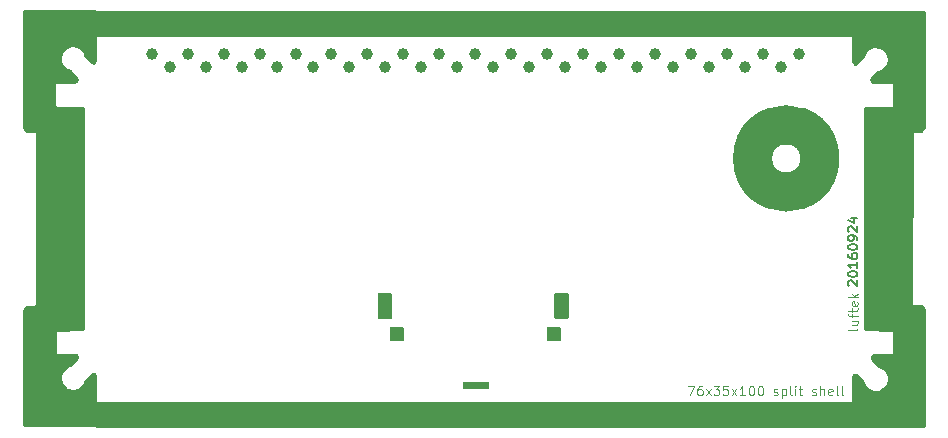
<source format=gts>
G04 #@! TF.FileFunction,Soldermask,Top*
%FSLAX46Y46*%
G04 Gerber Fmt 4.6, Leading zero omitted, Abs format (unit mm)*
G04 Created by KiCad (PCBNEW (2016-09-17 revision 679eef1)-makepkg) date 09/25/16 18:07:17*
%MOMM*%
%LPD*%
G01*
G04 APERTURE LIST*
%ADD10C,0.150000*%
%ADD11C,0.100000*%
%ADD12C,0.700000*%
%ADD13C,1.350000*%
%ADD14C,3.000000*%
%ADD15C,1.000000*%
%ADD16C,0.254000*%
G04 APERTURE END LIST*
D10*
D11*
X70431904Y-26750476D02*
X70393809Y-26826666D01*
X70317619Y-26864761D01*
X69631904Y-26864761D01*
X69898571Y-26102857D02*
X70431904Y-26102857D01*
X69898571Y-26445714D02*
X70317619Y-26445714D01*
X70393809Y-26407619D01*
X70431904Y-26331428D01*
X70431904Y-26217142D01*
X70393809Y-26140952D01*
X70355714Y-26102857D01*
X69898571Y-25836190D02*
X69898571Y-25531428D01*
X70431904Y-25721904D02*
X69746190Y-25721904D01*
X69670000Y-25683809D01*
X69631904Y-25607619D01*
X69631904Y-25531428D01*
X69898571Y-25379047D02*
X69898571Y-25074285D01*
X69631904Y-25264761D02*
X70317619Y-25264761D01*
X70393809Y-25226666D01*
X70431904Y-25150476D01*
X70431904Y-25074285D01*
X70393809Y-24502857D02*
X70431904Y-24579047D01*
X70431904Y-24731428D01*
X70393809Y-24807619D01*
X70317619Y-24845714D01*
X70012857Y-24845714D01*
X69936666Y-24807619D01*
X69898571Y-24731428D01*
X69898571Y-24579047D01*
X69936666Y-24502857D01*
X70012857Y-24464761D01*
X70089047Y-24464761D01*
X70165238Y-24845714D01*
X70431904Y-24121904D02*
X69631904Y-24121904D01*
X70127142Y-24045714D02*
X70431904Y-23817142D01*
X69898571Y-23817142D02*
X70203333Y-24121904D01*
D10*
X69668095Y-23140119D02*
X69630000Y-23102023D01*
X69591904Y-23025833D01*
X69591904Y-22835357D01*
X69630000Y-22759166D01*
X69668095Y-22721071D01*
X69744285Y-22682976D01*
X69820476Y-22682976D01*
X69934761Y-22721071D01*
X70391904Y-23178214D01*
X70391904Y-22682976D01*
X69591904Y-22187738D02*
X69591904Y-22111547D01*
X69630000Y-22035357D01*
X69668095Y-21997261D01*
X69744285Y-21959166D01*
X69896666Y-21921071D01*
X70087142Y-21921071D01*
X70239523Y-21959166D01*
X70315714Y-21997261D01*
X70353809Y-22035357D01*
X70391904Y-22111547D01*
X70391904Y-22187738D01*
X70353809Y-22263928D01*
X70315714Y-22302023D01*
X70239523Y-22340119D01*
X70087142Y-22378214D01*
X69896666Y-22378214D01*
X69744285Y-22340119D01*
X69668095Y-22302023D01*
X69630000Y-22263928D01*
X69591904Y-22187738D01*
X70391904Y-21159166D02*
X70391904Y-21616309D01*
X70391904Y-21387738D02*
X69591904Y-21387738D01*
X69706190Y-21463928D01*
X69782380Y-21540119D01*
X69820476Y-21616309D01*
X69591904Y-20473452D02*
X69591904Y-20625833D01*
X69630000Y-20702023D01*
X69668095Y-20740119D01*
X69782380Y-20816309D01*
X69934761Y-20854404D01*
X70239523Y-20854404D01*
X70315714Y-20816309D01*
X70353809Y-20778214D01*
X70391904Y-20702023D01*
X70391904Y-20549642D01*
X70353809Y-20473452D01*
X70315714Y-20435357D01*
X70239523Y-20397261D01*
X70049047Y-20397261D01*
X69972857Y-20435357D01*
X69934761Y-20473452D01*
X69896666Y-20549642D01*
X69896666Y-20702023D01*
X69934761Y-20778214D01*
X69972857Y-20816309D01*
X70049047Y-20854404D01*
X69591904Y-19902023D02*
X69591904Y-19825833D01*
X69630000Y-19749642D01*
X69668095Y-19711547D01*
X69744285Y-19673452D01*
X69896666Y-19635357D01*
X70087142Y-19635357D01*
X70239523Y-19673452D01*
X70315714Y-19711547D01*
X70353809Y-19749642D01*
X70391904Y-19825833D01*
X70391904Y-19902023D01*
X70353809Y-19978214D01*
X70315714Y-20016309D01*
X70239523Y-20054404D01*
X70087142Y-20092500D01*
X69896666Y-20092500D01*
X69744285Y-20054404D01*
X69668095Y-20016309D01*
X69630000Y-19978214D01*
X69591904Y-19902023D01*
X70391904Y-19254404D02*
X70391904Y-19102023D01*
X70353809Y-19025833D01*
X70315714Y-18987738D01*
X70201428Y-18911547D01*
X70049047Y-18873452D01*
X69744285Y-18873452D01*
X69668095Y-18911547D01*
X69630000Y-18949642D01*
X69591904Y-19025833D01*
X69591904Y-19178214D01*
X69630000Y-19254404D01*
X69668095Y-19292500D01*
X69744285Y-19330595D01*
X69934761Y-19330595D01*
X70010952Y-19292500D01*
X70049047Y-19254404D01*
X70087142Y-19178214D01*
X70087142Y-19025833D01*
X70049047Y-18949642D01*
X70010952Y-18911547D01*
X69934761Y-18873452D01*
X69668095Y-18568690D02*
X69630000Y-18530595D01*
X69591904Y-18454404D01*
X69591904Y-18263928D01*
X69630000Y-18187738D01*
X69668095Y-18149642D01*
X69744285Y-18111547D01*
X69820476Y-18111547D01*
X69934761Y-18149642D01*
X70391904Y-18606785D01*
X70391904Y-18111547D01*
X69858571Y-17425833D02*
X70391904Y-17425833D01*
X69553809Y-17616309D02*
X70125238Y-17806785D01*
X70125238Y-17311547D01*
D11*
X56038571Y-31631904D02*
X56571904Y-31631904D01*
X56229047Y-32431904D01*
X57219523Y-31631904D02*
X57067142Y-31631904D01*
X56990952Y-31670000D01*
X56952857Y-31708095D01*
X56876666Y-31822380D01*
X56838571Y-31974761D01*
X56838571Y-32279523D01*
X56876666Y-32355714D01*
X56914761Y-32393809D01*
X56990952Y-32431904D01*
X57143333Y-32431904D01*
X57219523Y-32393809D01*
X57257619Y-32355714D01*
X57295714Y-32279523D01*
X57295714Y-32089047D01*
X57257619Y-32012857D01*
X57219523Y-31974761D01*
X57143333Y-31936666D01*
X56990952Y-31936666D01*
X56914761Y-31974761D01*
X56876666Y-32012857D01*
X56838571Y-32089047D01*
X57562380Y-32431904D02*
X57981428Y-31898571D01*
X57562380Y-31898571D02*
X57981428Y-32431904D01*
X58210000Y-31631904D02*
X58705238Y-31631904D01*
X58438571Y-31936666D01*
X58552857Y-31936666D01*
X58629047Y-31974761D01*
X58667142Y-32012857D01*
X58705238Y-32089047D01*
X58705238Y-32279523D01*
X58667142Y-32355714D01*
X58629047Y-32393809D01*
X58552857Y-32431904D01*
X58324285Y-32431904D01*
X58248095Y-32393809D01*
X58210000Y-32355714D01*
X59429047Y-31631904D02*
X59048095Y-31631904D01*
X59010000Y-32012857D01*
X59048095Y-31974761D01*
X59124285Y-31936666D01*
X59314761Y-31936666D01*
X59390952Y-31974761D01*
X59429047Y-32012857D01*
X59467142Y-32089047D01*
X59467142Y-32279523D01*
X59429047Y-32355714D01*
X59390952Y-32393809D01*
X59314761Y-32431904D01*
X59124285Y-32431904D01*
X59048095Y-32393809D01*
X59010000Y-32355714D01*
X59733809Y-32431904D02*
X60152857Y-31898571D01*
X59733809Y-31898571D02*
X60152857Y-32431904D01*
X60876666Y-32431904D02*
X60419523Y-32431904D01*
X60648095Y-32431904D02*
X60648095Y-31631904D01*
X60571904Y-31746190D01*
X60495714Y-31822380D01*
X60419523Y-31860476D01*
X61371904Y-31631904D02*
X61448095Y-31631904D01*
X61524285Y-31670000D01*
X61562380Y-31708095D01*
X61600476Y-31784285D01*
X61638571Y-31936666D01*
X61638571Y-32127142D01*
X61600476Y-32279523D01*
X61562380Y-32355714D01*
X61524285Y-32393809D01*
X61448095Y-32431904D01*
X61371904Y-32431904D01*
X61295714Y-32393809D01*
X61257619Y-32355714D01*
X61219523Y-32279523D01*
X61181428Y-32127142D01*
X61181428Y-31936666D01*
X61219523Y-31784285D01*
X61257619Y-31708095D01*
X61295714Y-31670000D01*
X61371904Y-31631904D01*
X62133809Y-31631904D02*
X62210000Y-31631904D01*
X62286190Y-31670000D01*
X62324285Y-31708095D01*
X62362380Y-31784285D01*
X62400476Y-31936666D01*
X62400476Y-32127142D01*
X62362380Y-32279523D01*
X62324285Y-32355714D01*
X62286190Y-32393809D01*
X62210000Y-32431904D01*
X62133809Y-32431904D01*
X62057619Y-32393809D01*
X62019523Y-32355714D01*
X61981428Y-32279523D01*
X61943333Y-32127142D01*
X61943333Y-31936666D01*
X61981428Y-31784285D01*
X62019523Y-31708095D01*
X62057619Y-31670000D01*
X62133809Y-31631904D01*
X63314761Y-32393809D02*
X63390952Y-32431904D01*
X63543333Y-32431904D01*
X63619523Y-32393809D01*
X63657619Y-32317619D01*
X63657619Y-32279523D01*
X63619523Y-32203333D01*
X63543333Y-32165238D01*
X63429047Y-32165238D01*
X63352857Y-32127142D01*
X63314761Y-32050952D01*
X63314761Y-32012857D01*
X63352857Y-31936666D01*
X63429047Y-31898571D01*
X63543333Y-31898571D01*
X63619523Y-31936666D01*
X64000476Y-31898571D02*
X64000476Y-32698571D01*
X64000476Y-31936666D02*
X64076666Y-31898571D01*
X64229047Y-31898571D01*
X64305238Y-31936666D01*
X64343333Y-31974761D01*
X64381428Y-32050952D01*
X64381428Y-32279523D01*
X64343333Y-32355714D01*
X64305238Y-32393809D01*
X64229047Y-32431904D01*
X64076666Y-32431904D01*
X64000476Y-32393809D01*
X64838571Y-32431904D02*
X64762380Y-32393809D01*
X64724285Y-32317619D01*
X64724285Y-31631904D01*
X65143333Y-32431904D02*
X65143333Y-31898571D01*
X65143333Y-31631904D02*
X65105238Y-31670000D01*
X65143333Y-31708095D01*
X65181428Y-31670000D01*
X65143333Y-31631904D01*
X65143333Y-31708095D01*
X65410000Y-31898571D02*
X65714761Y-31898571D01*
X65524285Y-31631904D02*
X65524285Y-32317619D01*
X65562380Y-32393809D01*
X65638571Y-32431904D01*
X65714761Y-32431904D01*
X66552857Y-32393809D02*
X66629047Y-32431904D01*
X66781428Y-32431904D01*
X66857619Y-32393809D01*
X66895714Y-32317619D01*
X66895714Y-32279523D01*
X66857619Y-32203333D01*
X66781428Y-32165238D01*
X66667142Y-32165238D01*
X66590952Y-32127142D01*
X66552857Y-32050952D01*
X66552857Y-32012857D01*
X66590952Y-31936666D01*
X66667142Y-31898571D01*
X66781428Y-31898571D01*
X66857619Y-31936666D01*
X67238571Y-32431904D02*
X67238571Y-31631904D01*
X67581428Y-32431904D02*
X67581428Y-32012857D01*
X67543333Y-31936666D01*
X67467142Y-31898571D01*
X67352857Y-31898571D01*
X67276666Y-31936666D01*
X67238571Y-31974761D01*
X68267142Y-32393809D02*
X68190952Y-32431904D01*
X68038571Y-32431904D01*
X67962380Y-32393809D01*
X67924285Y-32317619D01*
X67924285Y-32012857D01*
X67962380Y-31936666D01*
X68038571Y-31898571D01*
X68190952Y-31898571D01*
X68267142Y-31936666D01*
X68305238Y-32012857D01*
X68305238Y-32089047D01*
X67924285Y-32165238D01*
X68762380Y-32431904D02*
X68686190Y-32393809D01*
X68648095Y-32317619D01*
X68648095Y-31631904D01*
X69181428Y-32431904D02*
X69105238Y-32393809D01*
X69067142Y-32317619D01*
X69067142Y-31631904D01*
D12*
X67280227Y-10393718D02*
X67280227Y-14363718D01*
D13*
X68190227Y-12373718D02*
G75*
G03X68190227Y-12373718I-3830000J0D01*
G01*
D14*
X67020227Y-12373718D02*
G75*
G03X67020227Y-12373718I-2660000J0D01*
G01*
D15*
X18246500Y-4600000D03*
X21292000Y-4600000D03*
X12155500Y-4600000D03*
X27383000Y-4600000D03*
X15201000Y-4600000D03*
X24337500Y-4600000D03*
X48701500Y-4600000D03*
X33474000Y-4600000D03*
X36519500Y-4600000D03*
X42610500Y-4600000D03*
X45656000Y-4600000D03*
X39565000Y-4600000D03*
X30428500Y-4600000D03*
X63929000Y-4600000D03*
X54792500Y-4600000D03*
X57838000Y-4600000D03*
X60883500Y-4600000D03*
X51747000Y-4600000D03*
X65454500Y-3540000D03*
X62409000Y-3540000D03*
X59363500Y-3540000D03*
X56318000Y-3540000D03*
X53272500Y-3540000D03*
X50227000Y-3540000D03*
X47181500Y-3540000D03*
X44136000Y-3540000D03*
X41090500Y-3540000D03*
X38045000Y-3540000D03*
X34999500Y-3540000D03*
X31954000Y-3540000D03*
X28908500Y-3540000D03*
X25863000Y-3540000D03*
X22817500Y-3540000D03*
X19772000Y-3540000D03*
X16726500Y-3540000D03*
X13681000Y-3540000D03*
X10635500Y-3540000D03*
D10*
G36*
X31876989Y-26668494D02*
X31888638Y-26670222D01*
X31900061Y-26673083D01*
X31911149Y-26677050D01*
X31921795Y-26682085D01*
X31931895Y-26688140D01*
X31941354Y-26695155D01*
X31950080Y-26703063D01*
X31957988Y-26711789D01*
X31965003Y-26721248D01*
X31971058Y-26731348D01*
X31976093Y-26741994D01*
X31980060Y-26753082D01*
X31982921Y-26764505D01*
X31984649Y-26776154D01*
X31985227Y-26787916D01*
X31985227Y-27747916D01*
X31984649Y-27759678D01*
X31982921Y-27771327D01*
X31980060Y-27782750D01*
X31976093Y-27793838D01*
X31971058Y-27804484D01*
X31965003Y-27814584D01*
X31957988Y-27824043D01*
X31950080Y-27832769D01*
X31941354Y-27840677D01*
X31931895Y-27847692D01*
X31921795Y-27853747D01*
X31911149Y-27858782D01*
X31900061Y-27862749D01*
X31888638Y-27865610D01*
X31876989Y-27867338D01*
X31865227Y-27867916D01*
X30905227Y-27867916D01*
X30893465Y-27867338D01*
X30881816Y-27865610D01*
X30870393Y-27862749D01*
X30859305Y-27858782D01*
X30848659Y-27853747D01*
X30838559Y-27847692D01*
X30829100Y-27840677D01*
X30820374Y-27832769D01*
X30812466Y-27824043D01*
X30805451Y-27814584D01*
X30799396Y-27804484D01*
X30794361Y-27793838D01*
X30790394Y-27782750D01*
X30787533Y-27771327D01*
X30785805Y-27759678D01*
X30785227Y-27747916D01*
X30785227Y-26787916D01*
X30785805Y-26776154D01*
X30787533Y-26764505D01*
X30790394Y-26753082D01*
X30794361Y-26741994D01*
X30799396Y-26731348D01*
X30805451Y-26721248D01*
X30812466Y-26711789D01*
X30820374Y-26703063D01*
X30829100Y-26695155D01*
X30838559Y-26688140D01*
X30848659Y-26682085D01*
X30859305Y-26677050D01*
X30870393Y-26673083D01*
X30881816Y-26670222D01*
X30893465Y-26668494D01*
X30905227Y-26667916D01*
X31865227Y-26667916D01*
X31876989Y-26668494D01*
X31876989Y-26668494D01*
G37*
G36*
X45186989Y-26658494D02*
X45198638Y-26660222D01*
X45210061Y-26663083D01*
X45221149Y-26667050D01*
X45231795Y-26672085D01*
X45241895Y-26678140D01*
X45251354Y-26685155D01*
X45260080Y-26693063D01*
X45267988Y-26701789D01*
X45275003Y-26711248D01*
X45281058Y-26721348D01*
X45286093Y-26731994D01*
X45290060Y-26743082D01*
X45292921Y-26754505D01*
X45294649Y-26766154D01*
X45295227Y-26777916D01*
X45295227Y-27737916D01*
X45294649Y-27749678D01*
X45292921Y-27761327D01*
X45290060Y-27772750D01*
X45286093Y-27783838D01*
X45281058Y-27794484D01*
X45275003Y-27804584D01*
X45267988Y-27814043D01*
X45260080Y-27822769D01*
X45251354Y-27830677D01*
X45241895Y-27837692D01*
X45231795Y-27843747D01*
X45221149Y-27848782D01*
X45210061Y-27852749D01*
X45198638Y-27855610D01*
X45186989Y-27857338D01*
X45175227Y-27857916D01*
X44215227Y-27857916D01*
X44203465Y-27857338D01*
X44191816Y-27855610D01*
X44180393Y-27852749D01*
X44169305Y-27848782D01*
X44158659Y-27843747D01*
X44148559Y-27837692D01*
X44139100Y-27830677D01*
X44130374Y-27822769D01*
X44122466Y-27814043D01*
X44115451Y-27804584D01*
X44109396Y-27794484D01*
X44104361Y-27783838D01*
X44100394Y-27772750D01*
X44097533Y-27761327D01*
X44095805Y-27749678D01*
X44095227Y-27737916D01*
X44095227Y-26777916D01*
X44095805Y-26766154D01*
X44097533Y-26754505D01*
X44100394Y-26743082D01*
X44104361Y-26731994D01*
X44109396Y-26721348D01*
X44115451Y-26711248D01*
X44122466Y-26701789D01*
X44130374Y-26693063D01*
X44139100Y-26685155D01*
X44148559Y-26678140D01*
X44158659Y-26672085D01*
X44169305Y-26667050D01*
X44180393Y-26663083D01*
X44191816Y-26660222D01*
X44203465Y-26658494D01*
X44215227Y-26657916D01*
X45175227Y-26657916D01*
X45186989Y-26658494D01*
X45186989Y-26658494D01*
G37*
G36*
X39111108Y-31288205D02*
X39116932Y-31289069D01*
X39122644Y-31290500D01*
X39128188Y-31292483D01*
X39133511Y-31295001D01*
X39138561Y-31298028D01*
X39143291Y-31301535D01*
X39147653Y-31305490D01*
X39151608Y-31309852D01*
X39155115Y-31314582D01*
X39158142Y-31319632D01*
X39160660Y-31324955D01*
X39162643Y-31330499D01*
X39164074Y-31336211D01*
X39164938Y-31342035D01*
X39165227Y-31347916D01*
X39165227Y-31827916D01*
X39164938Y-31833797D01*
X39164074Y-31839621D01*
X39162643Y-31845333D01*
X39160660Y-31850877D01*
X39158142Y-31856200D01*
X39155115Y-31861250D01*
X39151608Y-31865980D01*
X39147653Y-31870342D01*
X39143291Y-31874297D01*
X39138561Y-31877804D01*
X39133511Y-31880831D01*
X39128188Y-31883349D01*
X39122644Y-31885332D01*
X39116932Y-31886763D01*
X39111108Y-31887627D01*
X39105227Y-31887916D01*
X37025227Y-31887916D01*
X37019346Y-31887627D01*
X37013522Y-31886763D01*
X37007810Y-31885332D01*
X37002266Y-31883349D01*
X36996943Y-31880831D01*
X36991893Y-31877804D01*
X36987163Y-31874297D01*
X36982801Y-31870342D01*
X36978846Y-31865980D01*
X36975339Y-31861250D01*
X36972312Y-31856200D01*
X36969794Y-31850877D01*
X36967811Y-31845333D01*
X36966380Y-31839621D01*
X36965516Y-31833797D01*
X36965227Y-31827916D01*
X36965227Y-31347916D01*
X36965516Y-31342035D01*
X36966380Y-31336211D01*
X36967811Y-31330499D01*
X36969794Y-31324955D01*
X36972312Y-31319632D01*
X36975339Y-31314582D01*
X36978846Y-31309852D01*
X36982801Y-31305490D01*
X36987163Y-31301535D01*
X36991893Y-31298028D01*
X36996943Y-31295001D01*
X37002266Y-31292483D01*
X37007810Y-31290500D01*
X37013522Y-31289069D01*
X37019346Y-31288205D01*
X37025227Y-31287916D01*
X39105227Y-31287916D01*
X39111108Y-31288205D01*
X39111108Y-31288205D01*
G37*
G36*
X30876989Y-23780578D02*
X30888638Y-23782306D01*
X30900061Y-23785167D01*
X30911149Y-23789134D01*
X30921795Y-23794169D01*
X30931895Y-23800224D01*
X30941354Y-23807239D01*
X30950080Y-23815147D01*
X30957988Y-23823873D01*
X30965003Y-23833332D01*
X30971058Y-23843432D01*
X30976093Y-23854078D01*
X30980060Y-23865166D01*
X30982921Y-23876589D01*
X30984649Y-23888238D01*
X30985227Y-23900000D01*
X30985227Y-25860000D01*
X30984649Y-25871762D01*
X30982921Y-25883411D01*
X30980060Y-25894834D01*
X30976093Y-25905922D01*
X30971058Y-25916568D01*
X30965003Y-25926668D01*
X30957988Y-25936127D01*
X30950080Y-25944853D01*
X30941354Y-25952761D01*
X30931895Y-25959776D01*
X30921795Y-25965831D01*
X30911149Y-25970866D01*
X30900061Y-25974833D01*
X30888638Y-25977694D01*
X30876989Y-25979422D01*
X30865227Y-25980000D01*
X29905227Y-25980000D01*
X29893465Y-25979422D01*
X29881816Y-25977694D01*
X29870393Y-25974833D01*
X29859305Y-25970866D01*
X29848659Y-25965831D01*
X29838559Y-25959776D01*
X29829100Y-25952761D01*
X29820374Y-25944853D01*
X29812466Y-25936127D01*
X29805451Y-25926668D01*
X29799396Y-25916568D01*
X29794361Y-25905922D01*
X29790394Y-25894834D01*
X29787533Y-25883411D01*
X29785805Y-25871762D01*
X29785227Y-25860000D01*
X29785227Y-23900000D01*
X29785805Y-23888238D01*
X29787533Y-23876589D01*
X29790394Y-23865166D01*
X29794361Y-23854078D01*
X29799396Y-23843432D01*
X29805451Y-23833332D01*
X29812466Y-23823873D01*
X29820374Y-23815147D01*
X29829100Y-23807239D01*
X29838559Y-23800224D01*
X29848659Y-23794169D01*
X29859305Y-23789134D01*
X29870393Y-23785167D01*
X29881816Y-23782306D01*
X29893465Y-23780578D01*
X29905227Y-23780000D01*
X30865227Y-23780000D01*
X30876989Y-23780578D01*
X30876989Y-23780578D01*
G37*
G36*
X45826989Y-23775579D02*
X45838638Y-23777307D01*
X45850061Y-23780168D01*
X45861149Y-23784135D01*
X45871795Y-23789170D01*
X45881895Y-23795225D01*
X45891354Y-23802240D01*
X45900080Y-23810148D01*
X45907988Y-23818874D01*
X45915003Y-23828333D01*
X45921058Y-23838433D01*
X45926093Y-23849079D01*
X45930060Y-23860167D01*
X45932921Y-23871590D01*
X45934649Y-23883239D01*
X45935227Y-23895001D01*
X45935227Y-25855001D01*
X45934649Y-25866763D01*
X45932921Y-25878412D01*
X45930060Y-25889835D01*
X45926093Y-25900923D01*
X45921058Y-25911569D01*
X45915003Y-25921669D01*
X45907988Y-25931128D01*
X45900080Y-25939854D01*
X45891354Y-25947762D01*
X45881895Y-25954777D01*
X45871795Y-25960832D01*
X45861149Y-25965867D01*
X45850061Y-25969834D01*
X45838638Y-25972695D01*
X45826989Y-25974423D01*
X45815227Y-25975001D01*
X44855227Y-25975001D01*
X44843465Y-25974423D01*
X44831816Y-25972695D01*
X44820393Y-25969834D01*
X44809305Y-25965867D01*
X44798659Y-25960832D01*
X44788559Y-25954777D01*
X44779100Y-25947762D01*
X44770374Y-25939854D01*
X44762466Y-25931128D01*
X44755451Y-25921669D01*
X44749396Y-25911569D01*
X44744361Y-25900923D01*
X44740394Y-25889835D01*
X44737533Y-25878412D01*
X44735805Y-25866763D01*
X44735227Y-25855001D01*
X44735227Y-23895001D01*
X44735805Y-23883239D01*
X44737533Y-23871590D01*
X44740394Y-23860167D01*
X44744361Y-23849079D01*
X44749396Y-23838433D01*
X44755451Y-23828333D01*
X44762466Y-23818874D01*
X44770374Y-23810148D01*
X44779100Y-23802240D01*
X44788559Y-23795225D01*
X44798659Y-23789170D01*
X44809305Y-23784135D01*
X44820393Y-23780168D01*
X44831816Y-23777307D01*
X44843465Y-23775579D01*
X44855227Y-23775001D01*
X45815227Y-23775001D01*
X45826989Y-23775579D01*
X45826989Y-23775579D01*
G37*
D16*
G36*
X70824735Y3110D02*
X70568976Y-1893034D01*
X4788728Y-1912961D01*
X4815294Y52905D01*
X70824735Y3110D01*
X70824735Y3110D01*
G37*
X70824735Y3110D02*
X70568976Y-1893034D01*
X4788728Y-1912961D01*
X4815294Y52905D01*
X70824735Y3110D01*
G36*
X70122424Y-35022960D02*
X5926417Y-35003039D01*
X5917587Y-33086960D01*
X70113573Y-33067039D01*
X70122424Y-35022960D01*
X70122424Y-35022960D01*
G37*
X70122424Y-35022960D02*
X5926417Y-35003039D01*
X5917587Y-33086960D01*
X70113573Y-33067039D01*
X70122424Y-35022960D01*
G36*
X76043043Y-9717610D02*
X75806500Y-10033000D01*
X75110000Y-10033000D01*
X75061399Y-10042667D01*
X75020197Y-10070197D01*
X74992667Y-10111399D01*
X74983000Y-10159739D01*
X74953000Y-24759739D01*
X74962568Y-24808360D01*
X74990013Y-24849618D01*
X75031158Y-24877233D01*
X75080000Y-24887000D01*
X75817394Y-24887000D01*
X76043000Y-25112606D01*
X76043000Y-35033000D01*
X70036424Y-35033000D01*
X70027000Y-32959643D01*
X70027000Y-30802333D01*
X70102350Y-30701866D01*
X70157554Y-30676388D01*
X70263440Y-30711683D01*
X70856553Y-31267727D01*
X70937228Y-31572498D01*
X70973046Y-31632564D01*
X71303046Y-31942564D01*
X71341796Y-31967496D01*
X71731796Y-32127496D01*
X71780000Y-32137000D01*
X72160000Y-32137000D01*
X72223368Y-32120061D01*
X72553368Y-31930061D01*
X72574147Y-31915123D01*
X72834147Y-31685123D01*
X72867315Y-31638643D01*
X73037315Y-31228643D01*
X73046945Y-31176266D01*
X73036945Y-30836266D01*
X73028162Y-30793451D01*
X72898162Y-30463451D01*
X72873065Y-30423583D01*
X72613065Y-30143583D01*
X72570747Y-30113580D01*
X72202299Y-29952974D01*
X71634539Y-29394522D01*
X71594602Y-29234775D01*
X71645253Y-29133474D01*
X71791994Y-29056610D01*
X73361587Y-29036990D01*
X73410064Y-29026716D01*
X73450918Y-28998673D01*
X73477931Y-28957130D01*
X73487000Y-28910000D01*
X73487000Y-27010000D01*
X73477333Y-26961399D01*
X73449803Y-26920197D01*
X73408601Y-26892667D01*
X73361549Y-26883009D01*
X71027066Y-26854540D01*
X71036934Y-8124920D01*
X73332099Y-8086983D01*
X73380533Y-8076513D01*
X73421274Y-8048306D01*
X73448120Y-8006655D01*
X73456998Y-7960661D01*
X73466998Y-6040661D01*
X73457584Y-5992011D01*
X73430269Y-5950666D01*
X73389211Y-5922922D01*
X73340747Y-5913002D01*
X71690187Y-5903293D01*
X71600639Y-5820141D01*
X71555078Y-5740409D01*
X71575477Y-5653714D01*
X72140858Y-5079065D01*
X72434593Y-4968914D01*
X72477409Y-4942134D01*
X72867409Y-4572134D01*
X72900743Y-4519373D01*
X73050743Y-4059373D01*
X73052788Y-3987565D01*
X72912788Y-3457565D01*
X72880992Y-3401403D01*
X72510992Y-3021403D01*
X72470161Y-2993326D01*
X72441946Y-2984910D01*
X71871946Y-2884910D01*
X71819198Y-2886792D01*
X71459198Y-2976792D01*
X71408697Y-3002436D01*
X71048697Y-3302436D01*
X71013037Y-3350516D01*
X70804565Y-3843268D01*
X70253061Y-4319992D01*
X70203763Y-4339711D01*
X70126088Y-4329354D01*
X70069240Y-4277675D01*
X70016898Y-4128124D01*
X70007013Y-2052299D01*
X70091817Y11260D01*
X71378199Y-6987D01*
X71380794Y-6998D01*
X76052871Y22202D01*
X76043043Y-9717610D01*
X76043043Y-9717610D01*
G37*
X76043043Y-9717610D02*
X75806500Y-10033000D01*
X75110000Y-10033000D01*
X75061399Y-10042667D01*
X75020197Y-10070197D01*
X74992667Y-10111399D01*
X74983000Y-10159739D01*
X74953000Y-24759739D01*
X74962568Y-24808360D01*
X74990013Y-24849618D01*
X75031158Y-24877233D01*
X75080000Y-24887000D01*
X75817394Y-24887000D01*
X76043000Y-25112606D01*
X76043000Y-35033000D01*
X70036424Y-35033000D01*
X70027000Y-32959643D01*
X70027000Y-30802333D01*
X70102350Y-30701866D01*
X70157554Y-30676388D01*
X70263440Y-30711683D01*
X70856553Y-31267727D01*
X70937228Y-31572498D01*
X70973046Y-31632564D01*
X71303046Y-31942564D01*
X71341796Y-31967496D01*
X71731796Y-32127496D01*
X71780000Y-32137000D01*
X72160000Y-32137000D01*
X72223368Y-32120061D01*
X72553368Y-31930061D01*
X72574147Y-31915123D01*
X72834147Y-31685123D01*
X72867315Y-31638643D01*
X73037315Y-31228643D01*
X73046945Y-31176266D01*
X73036945Y-30836266D01*
X73028162Y-30793451D01*
X72898162Y-30463451D01*
X72873065Y-30423583D01*
X72613065Y-30143583D01*
X72570747Y-30113580D01*
X72202299Y-29952974D01*
X71634539Y-29394522D01*
X71594602Y-29234775D01*
X71645253Y-29133474D01*
X71791994Y-29056610D01*
X73361587Y-29036990D01*
X73410064Y-29026716D01*
X73450918Y-28998673D01*
X73477931Y-28957130D01*
X73487000Y-28910000D01*
X73487000Y-27010000D01*
X73477333Y-26961399D01*
X73449803Y-26920197D01*
X73408601Y-26892667D01*
X73361549Y-26883009D01*
X71027066Y-26854540D01*
X71036934Y-8124920D01*
X73332099Y-8086983D01*
X73380533Y-8076513D01*
X73421274Y-8048306D01*
X73448120Y-8006655D01*
X73456998Y-7960661D01*
X73466998Y-6040661D01*
X73457584Y-5992011D01*
X73430269Y-5950666D01*
X73389211Y-5922922D01*
X73340747Y-5913002D01*
X71690187Y-5903293D01*
X71600639Y-5820141D01*
X71555078Y-5740409D01*
X71575477Y-5653714D01*
X72140858Y-5079065D01*
X72434593Y-4968914D01*
X72477409Y-4942134D01*
X72867409Y-4572134D01*
X72900743Y-4519373D01*
X73050743Y-4059373D01*
X73052788Y-3987565D01*
X72912788Y-3457565D01*
X72880992Y-3401403D01*
X72510992Y-3021403D01*
X72470161Y-2993326D01*
X72441946Y-2984910D01*
X71871946Y-2884910D01*
X71819198Y-2886792D01*
X71459198Y-2976792D01*
X71408697Y-3002436D01*
X71048697Y-3302436D01*
X71013037Y-3350516D01*
X70804565Y-3843268D01*
X70253061Y-4319992D01*
X70203763Y-4339711D01*
X70126088Y-4329354D01*
X70069240Y-4277675D01*
X70016898Y-4128124D01*
X70007013Y-2052299D01*
X70091817Y11260D01*
X71378199Y-6987D01*
X71380794Y-6998D01*
X76052871Y22202D01*
X76043043Y-9717610D01*
G36*
X5863000Y-1990357D02*
X5863000Y-4147666D01*
X5787649Y-4248135D01*
X5732446Y-4273614D01*
X5626560Y-4238317D01*
X5033447Y-3682271D01*
X4952771Y-3377501D01*
X4916954Y-3317436D01*
X4586954Y-3007436D01*
X4548204Y-2982504D01*
X4158204Y-2822504D01*
X4110000Y-2813000D01*
X3730000Y-2813000D01*
X3666632Y-2829939D01*
X3336632Y-3019939D01*
X3315853Y-3034877D01*
X3055854Y-3264876D01*
X3022686Y-3311356D01*
X2852685Y-3721357D01*
X2843055Y-3773734D01*
X2853055Y-4113734D01*
X2861838Y-4156548D01*
X2991837Y-4486549D01*
X3016935Y-4526419D01*
X3276936Y-4806418D01*
X3319253Y-4836421D01*
X3687704Y-4997027D01*
X4255462Y-5555480D01*
X4295397Y-5715224D01*
X4244746Y-5816526D01*
X4098007Y-5893390D01*
X2528413Y-5913010D01*
X2479936Y-5923284D01*
X2439082Y-5951327D01*
X2412069Y-5992870D01*
X2403000Y-6040000D01*
X2403001Y-7940000D01*
X2412668Y-7988601D01*
X2440198Y-8029803D01*
X2481400Y-8057333D01*
X2528452Y-8066991D01*
X4862935Y-8095462D01*
X4853066Y-26825080D01*
X2557902Y-26863017D01*
X2509468Y-26873487D01*
X2468727Y-26901694D01*
X2441881Y-26943345D01*
X2433003Y-26989338D01*
X2423002Y-28909338D01*
X2432416Y-28957989D01*
X2459731Y-28999334D01*
X2500789Y-29027078D01*
X2549253Y-29036998D01*
X4199813Y-29046706D01*
X4289361Y-29129859D01*
X4334922Y-29209591D01*
X4314523Y-29296286D01*
X3749142Y-29870936D01*
X3455408Y-29981086D01*
X3412591Y-30007866D01*
X3022591Y-30377866D01*
X2989257Y-30430627D01*
X2839257Y-30890627D01*
X2837212Y-30962435D01*
X2977212Y-31492435D01*
X3009008Y-31548597D01*
X3379008Y-31928597D01*
X3419839Y-31956674D01*
X3448054Y-31965090D01*
X4018054Y-32065090D01*
X4070802Y-32063208D01*
X4430802Y-31973208D01*
X4481303Y-31947564D01*
X4841303Y-31647564D01*
X4876963Y-31599484D01*
X5085436Y-31106730D01*
X5636940Y-30630007D01*
X5686236Y-30610289D01*
X5763912Y-30620646D01*
X5820760Y-30672325D01*
X5873102Y-30821876D01*
X5882987Y-32897701D01*
X5798086Y-34963618D01*
X3949749Y-34973000D01*
X-162872Y-34973000D01*
X-153043Y-25232390D01*
X83500Y-24917000D01*
X780000Y-24917001D01*
X828601Y-24907334D01*
X869802Y-24879804D01*
X897333Y-24838602D01*
X907000Y-24790262D01*
X937000Y-10190261D01*
X927432Y-10141640D01*
X899987Y-10100382D01*
X858842Y-10072767D01*
X810000Y-10063000D01*
X72606Y-10063000D01*
X-153000Y-9837394D01*
X-153002Y82999D01*
X5853574Y82999D01*
X5863000Y-1990357D01*
X5863000Y-1990357D01*
G37*
X5863000Y-1990357D02*
X5863000Y-4147666D01*
X5787649Y-4248135D01*
X5732446Y-4273614D01*
X5626560Y-4238317D01*
X5033447Y-3682271D01*
X4952771Y-3377501D01*
X4916954Y-3317436D01*
X4586954Y-3007436D01*
X4548204Y-2982504D01*
X4158204Y-2822504D01*
X4110000Y-2813000D01*
X3730000Y-2813000D01*
X3666632Y-2829939D01*
X3336632Y-3019939D01*
X3315853Y-3034877D01*
X3055854Y-3264876D01*
X3022686Y-3311356D01*
X2852685Y-3721357D01*
X2843055Y-3773734D01*
X2853055Y-4113734D01*
X2861838Y-4156548D01*
X2991837Y-4486549D01*
X3016935Y-4526419D01*
X3276936Y-4806418D01*
X3319253Y-4836421D01*
X3687704Y-4997027D01*
X4255462Y-5555480D01*
X4295397Y-5715224D01*
X4244746Y-5816526D01*
X4098007Y-5893390D01*
X2528413Y-5913010D01*
X2479936Y-5923284D01*
X2439082Y-5951327D01*
X2412069Y-5992870D01*
X2403000Y-6040000D01*
X2403001Y-7940000D01*
X2412668Y-7988601D01*
X2440198Y-8029803D01*
X2481400Y-8057333D01*
X2528452Y-8066991D01*
X4862935Y-8095462D01*
X4853066Y-26825080D01*
X2557902Y-26863017D01*
X2509468Y-26873487D01*
X2468727Y-26901694D01*
X2441881Y-26943345D01*
X2433003Y-26989338D01*
X2423002Y-28909338D01*
X2432416Y-28957989D01*
X2459731Y-28999334D01*
X2500789Y-29027078D01*
X2549253Y-29036998D01*
X4199813Y-29046706D01*
X4289361Y-29129859D01*
X4334922Y-29209591D01*
X4314523Y-29296286D01*
X3749142Y-29870936D01*
X3455408Y-29981086D01*
X3412591Y-30007866D01*
X3022591Y-30377866D01*
X2989257Y-30430627D01*
X2839257Y-30890627D01*
X2837212Y-30962435D01*
X2977212Y-31492435D01*
X3009008Y-31548597D01*
X3379008Y-31928597D01*
X3419839Y-31956674D01*
X3448054Y-31965090D01*
X4018054Y-32065090D01*
X4070802Y-32063208D01*
X4430802Y-31973208D01*
X4481303Y-31947564D01*
X4841303Y-31647564D01*
X4876963Y-31599484D01*
X5085436Y-31106730D01*
X5636940Y-30630007D01*
X5686236Y-30610289D01*
X5763912Y-30620646D01*
X5820760Y-30672325D01*
X5873102Y-30821876D01*
X5882987Y-32897701D01*
X5798086Y-34963618D01*
X3949749Y-34973000D01*
X-162872Y-34973000D01*
X-153043Y-25232390D01*
X83500Y-24917000D01*
X780000Y-24917001D01*
X828601Y-24907334D01*
X869802Y-24879804D01*
X897333Y-24838602D01*
X907000Y-24790262D01*
X937000Y-10190261D01*
X927432Y-10141640D01*
X899987Y-10100382D01*
X858842Y-10072767D01*
X810000Y-10063000D01*
X72606Y-10063000D01*
X-153000Y-9837394D01*
X-153002Y82999D01*
X5853574Y82999D01*
X5863000Y-1990357D01*
M02*

</source>
